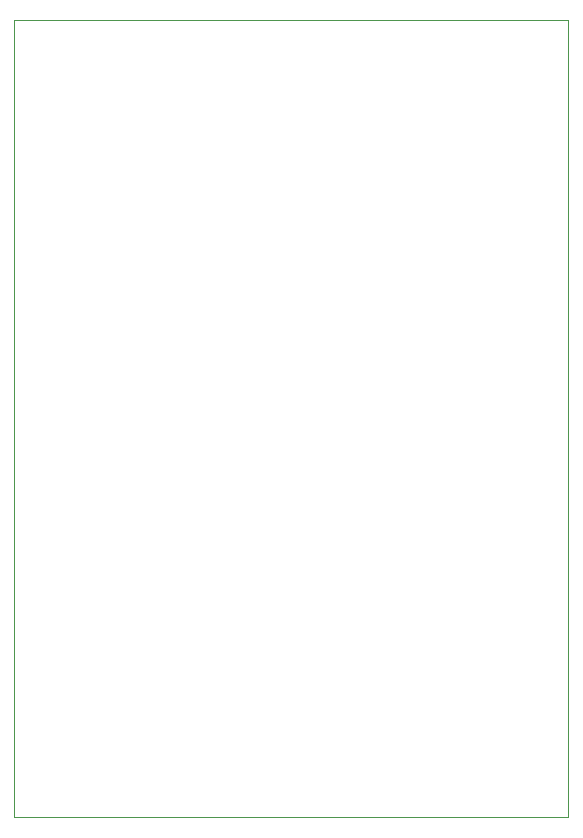
<source format=gm1>
G04 #@! TF.GenerationSoftware,KiCad,Pcbnew,(6.0.0)*
G04 #@! TF.CreationDate,2022-07-26T20:36:16+02:00*
G04 #@! TF.ProjectId,ray,7261792e-6b69-4636-9164-5f7063625858,rev?*
G04 #@! TF.SameCoordinates,Original*
G04 #@! TF.FileFunction,Profile,NP*
%FSLAX46Y46*%
G04 Gerber Fmt 4.6, Leading zero omitted, Abs format (unit mm)*
G04 Created by KiCad (PCBNEW (6.0.0)) date 2022-07-26 20:36:16*
%MOMM*%
%LPD*%
G01*
G04 APERTURE LIST*
G04 #@! TA.AperFunction,Profile*
%ADD10C,0.100000*%
G04 #@! TD*
G04 APERTURE END LIST*
D10*
X97790000Y-34281237D02*
X144675200Y-34281237D01*
X144675200Y-34281237D02*
X144675200Y-101803237D01*
X144675200Y-101803237D02*
X97790000Y-101803237D01*
X97790000Y-101803237D02*
X97790000Y-34281237D01*
M02*

</source>
